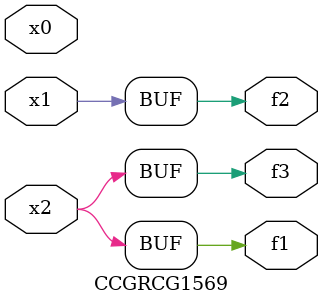
<source format=v>
module CCGRCG1569(
	input x0, x1, x2,
	output f1, f2, f3
);
	assign f1 = x2;
	assign f2 = x1;
	assign f3 = x2;
endmodule

</source>
